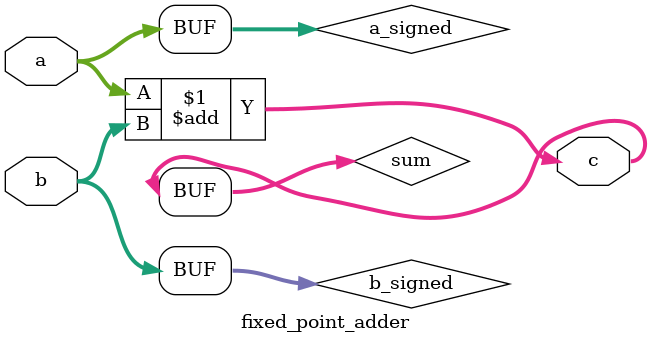
<source format=sv>
module fixed_point_adder #(parameter Q = 8, parameter N = 16)(
    input wire [N-1:0] a,
    input wire [N-1:0] b,
    output wire [N-1:0] c
);
    wire signed [N-1:0] a_signed = a;
    wire signed [N-1:0] b_signed = b;
    wire signed [N-1:0] sum;
    
    assign sum = a_signed + b_signed;
    assign c = sum[N-1:0];

endmodule
</source>
